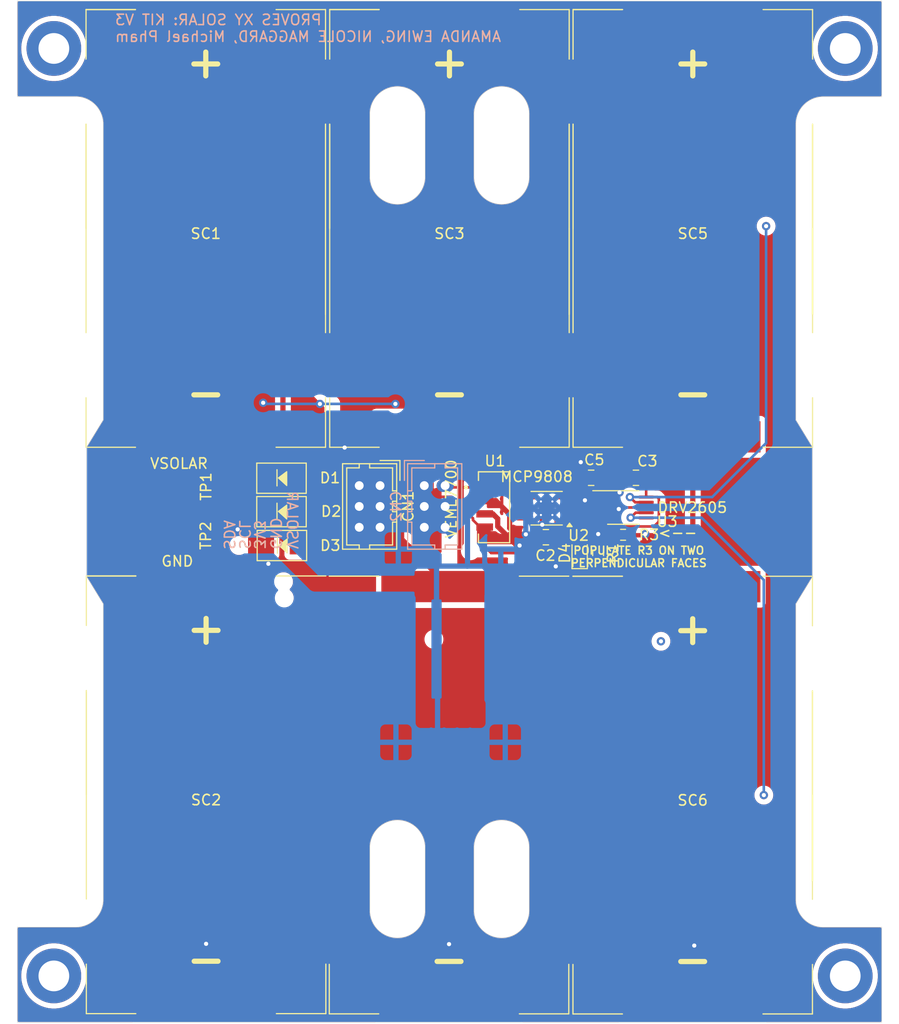
<source format=kicad_pcb>
(kicad_pcb (version 20241229) (generator "pcbnew") (generator_version "9.0")
  (title_block (title "Yearling Kit XY Faces") (date "2023-03-20") (rev "3.0"))
  (layers (0 "F.Cu" signal) (4 "In1.Cu" signal) (6 "In2.Cu" signal) (2 "B.Cu" signal) (13 "F.Paste" user) (15 "B.Paste" user) (5 "F.SilkS" user "F.Silkscreen") (7 "B.SilkS" user "B.Silkscreen") (1 "F.Mask" user) (3 "B.Mask" user) (25 "Edge.Cuts" user))
  (net 0 "")
  (net 1 "GND")
  (net 2 "+3V3")
  (net 3 "VSOLAR")
  (net 4 "Net-(U3-EN)")
  (net 5 "Net-(U3-REG)")
  (net 6 "Net-(D1-A)")
  (net 7 "Net-(D2-A)")
  (net 8 "SDA")
  (net 9 "SCL")
  (net 10 "Net-(D3-A)")
  (net 11 "Net-(D4-A)")
  (net 16 "Net-(SC1--)")
  (net 17 "Net-(SC3--)")
  (net 18 "Net-(SC5--)")
  (net 20 "Net-(U3-OUT+)")
  (footprint "SolarPanelBoards:MountingHoles" (layer "F.Cu") (at 106 70.3)
    (property "Reference" "J2" (at 0.54 0.01 0) (layer "F.SilkS"))
    (property "Value" "Conn_01x01")
    (pad "1" thru_hole circle (at 0.5 0) (size 5.25 5.25) (drill 2.95) (layers "*.Cu" "*.Mask"))
  )
  (footprint "SolarPanelBoards:MountingHoles" (layer "F.Cu") (at 106 159.3)
    (property "Reference" "J3" (at 0.42 0.13 0) (layer "F.SilkS"))
    (property "Value" "Conn_01x01")
    (pad "1" thru_hole circle (at 0.5 0) (size 5.25 5.25) (drill 2.95) (layers "*.Cu" "*.Mask"))
  )
  (footprint "SolarPanelBoards:MountingHoles" (layer "F.Cu") (at 183 70.3)
    (property "Reference" "J4" (at -0.4 0.08 0) (layer "F.SilkS"))
    (property "Value" "Conn_01x01")
    (pad "1" thru_hole circle (at -0.5 0) (size 5.25 5.25) (drill 2.95) (layers "*.Cu" "*.Mask"))
  )
  (footprint "SolarPanelBoards:MountingHoles" (layer "F.Cu") (at 183 159.3)
    (property "Reference" "J5" (at -0.62 0.07 0) (layer "F.SilkS"))
    (property "Value" "Conn_01x01")
    (pad "1" thru_hole circle (at -0.5 0) (size 5.25 5.25) (drill 2.95) (layers "*.Cu" "*.Mask"))
  )
  (footprint "LOGO" (layer "F.Cu") (at 145.2 139.3)
    (property "Reference" "G***" (hide yes))
    (property "Value" "LOGO" (hide yes))
  )
  (footprint "Package_SO:MSOP-8-1EP_3x3mm_P0.65mm_EP1.5x1.8mm_ThermalVias" (layer "F.Cu") (at 153.825 114.42 180)
    (property "Reference" "U2" (at -3.06875 -2.61125 0) (layer "F.SilkS"))
    (property "Value" "MCP9808_DFN")
    (fp_line (start 0 1.61) (end 1.5 1.61) (stroke (width 0.12)) (layer "F.SilkS"))
    (fp_line (start 0 1.61) (end -1.5 1.61) (stroke (width 0.12)) (layer "F.SilkS"))
    (fp_line (start 0 -1.61) (end 1.5 -1.61) (stroke (width 0.12)) (layer "F.SilkS"))
    (fp_line (start 0 -1.61) (end -1.5 -1.61) (stroke (width 0.12)) (layer "F.SilkS"))
    (fp_poly (pts (xy -2.2 -1.435) (xy -2.44 -1.765) (xy -1.96 -1.765) (xy -2.2 -1.435)) (stroke (width 0.12)) (fill yes) (layer "F.SilkS"))
    (pad "1" smd roundrect (at -2.1125 -0.975 180) (size 1.575 0.4) (layers "F.Cu" "F.Mask" "F.Paste") (net 8 "SDA"))
    (pad "2" smd roundrect (at -2.1125 -0.325 180) (size 1.575 0.4) (layers "F.Cu" "F.Mask" "F.Paste") (net 9 "SCL"))
    (pad "3" smd roundrect (at -2.1125 0.325 180) (size 1.575 0.4) (layers "F.Cu" "F.Mask" "F.Paste"))
    (pad "4" smd roundrect (at -2.1125 0.975 180) (size 1.575 0.4) (layers "F.Cu" "F.Mask" "F.Paste") (net 1 "GND"))
    (pad "5" smd roundrect (at 2.1125 0.975 180) (size 1.575 0.4) (layers "F.Cu" "F.Mask" "F.Paste") (net 1 "GND"))
    (pad "6" smd roundrect (at 2.1125 0.325 180) (size 1.575 0.4) (layers "F.Cu" "F.Mask" "F.Paste") (net 2 "+3V3"))
    (pad "7" smd roundrect (at 2.1125 -0.325 180) (size 1.575 0.4) (layers "F.Cu" "F.Mask" "F.Paste") (net 2 "+3V3"))
    (pad "8" smd roundrect (at 2.1125 -0.975 180) (size 1.575 0.4) (layers "F.Cu" "F.Mask" "F.Paste") (net 2 "+3V3"))
    (pad "9" thru_hole circle (at -0.55 -0.65 180) (size 0.5 0.5) (drill 0.2) (property pad_prop_heatsink) (layers "*.Cu") (net 1 "GND"))
    (pad "9" thru_hole circle (at -0.55 0.65 180) (size 0.5 0.5) (drill 0.2) (property pad_prop_heatsink) (layers "*.Cu") (net 1 "GND"))
    (pad "9" smd rect (at 0 0 180) (size 1.5 1.8) (property pad_prop_heatsink) (layers "F.Cu" "F.Mask") (net 1 "GND"))
    (pad "9" smd rect (at 0 0 180) (size 1.6 1.8) (property pad_prop_heatsink) (layers "B.Cu") (net 1 "GND"))
    (pad "9" thru_hole circle (at 0.55 -0.65 180) (size 0.5 0.5) (drill 0.2) (property pad_prop_heatsink) (layers "*.Cu") (net 1 "GND"))
    (pad "9" thru_hole circle (at 0.55 0.65 180) (size 0.5 0.5) (drill 0.2) (property pad_prop_heatsink) (layers "*.Cu") (net 1 "GND"))
  )
  (footprint "SolarPanelBoards:KXOB101K08F-TR" (layer "F.Cu") (at 167.86 87.57)
    (property "Reference" "SC5" (at 0 0.5 0) (layer "F.SilkS"))
    (property "Value" "SM101K07TF")
    (fp_line (start -11.5 -21) (end -11.5 -16.25) (stroke (width 0.12)) (layer "F.SilkS"))
    (fp_line (start -11.5 -21) (end -6.75 -21) (stroke (width 0.12)) (layer "F.SilkS"))
    (fp_line (start -11.5 -10) (end -11.5 10) (stroke (width 0.12)) (layer "F.SilkS"))
    (fp_line (start -11.5 0) (end -11.5 -10) (stroke (width 0.12)) (layer "F.SilkS"))
    (fp_line (start -11.5 21) (end -11.5 16.25) (stroke (width 0.12)) (layer "F.SilkS"))
    (fp_line (start -11.5 21) (end -6.75 21) (stroke (width 0.12)) (layer "F.SilkS"))
    (fp_line (start -6.75 -21) (end -11.5 -21) (stroke (width 0.12)) (layer "F.SilkS"))
    (fp_line (start 6.75 -21) (end 11.5 -21) (stroke (width 0.12)) (layer "F.SilkS"))
    (fp_line (start 6.75 21) (end 11.5 21) (stroke (width 0.12)) (layer "F.SilkS"))
    (fp_line (start 11.5 -21) (end 11.5 -16.25) (stroke (width 0.12)) (layer "F.SilkS"))
    (fp_line (start 11.5 -10) (end 11.5 8.25) (stroke (width 0.12)) (layer "F.SilkS"))
    (fp_line (start 11.5 0) (end 11.5 -10) (stroke (width 0.12)) (layer "F.SilkS"))
    (fp_line (start 11.5 0) (end 11.5 10) (stroke (width 0.12)) (layer "F.SilkS"))
    (fp_line (start 11.5 8.25) (end 11.5 0) (stroke (width 0.12)) (layer "F.SilkS"))
    (fp_line (start 11.5 21) (end 11.5 16.25) (stroke (width 0.12)) (layer "F.SilkS"))
    (fp_text user "+" (at 0 -16 0) (layer "F.SilkS") (effects (font (size 3 3) (thickness 0.5))))
    (fp_text user "-" (at 0 15.75 0) (layer "F.SilkS") (effects (font (size 3 3) (thickness 0.5))))
    (pad "1" smd rect (at 0 -20) (size 13 3) (layers "F.Cu" "F.Mask" "F.Paste") (net 10 "Net-(D3-A)"))
    (pad "2" smd rect (at 0 20) (size 13 3) (layers "F.Cu" "F.Mask" "F.Paste") (net 18 "Net-(SC5--)"))
  )
  (footprint "SolarPanelBoards:Test Pad" (layer "F.Cu") (at 118.37 112.45 90)
    (property "Reference" "TP1" (at 0.11 2.75 90) (layer "F.SilkS"))
    (property "Value" "TestPoint")
    (pad "1" smd roundrect (at 0 0 90) (size 3 3) (layers "F.Cu" "F.Mask" "F.Paste") (net 3 "VSOLAR"))
  )
  (footprint "Connector_Hirose:Hirose_DF11-6DP-2DSA_2x03_P2.00mm_Vertical" (layer "F.Cu") (at 137.825 112.25 -90)
    (property "Reference" "CN1" (at 2 -2.7 90) (layer "F.SilkS"))
    (property "Value" "DF13A-5P-1.25H(21)")
    (fp_line (start -2.1 3.6) (end 6.1 3.6) (stroke (width 0.12)) (layer "F.SilkS"))
    (fp_line (start 6.1 3.6) (end 6.1 -1.6) (stroke (width 0.12)) (layer "F.SilkS"))
    (fp_line (start -1.7 3.2) (end 5.7 3.2) (stroke (width 0.12)) (layer "F.SilkS"))
    (fp_line (start 5.7 3.2) (end 5.7 2) (stroke (width 0.12)) (layer "F.SilkS"))
    (fp_line (start -2.1 2) (end -1.7 2) (stroke (width 0.12)) (layer "F.SilkS"))
    (fp_line (start -1.7 2) (end -1.7 3.2) (stroke (width 0.12)) (layer "F.SilkS"))
    (fp_line (start 5.7 2) (end 6.1 2) (stroke (width 0.12)) (layer "F.SilkS"))
    (fp_line (start -2.1 1) (end -1.7 1) (stroke (width 0.12)) (layer "F.SilkS"))
    (fp_line (start -1.7 1) (end -1.7 -1.2) (stroke (width 0.12)) (layer "F.SilkS"))
    (fp_line (start 5.7 1) (end 5.7 -1.2) (stroke (width 0.12)) (layer "F.SilkS"))
    (fp_line (start 6.1 1) (end 5.7 1) (stroke (width 0.12)) (layer "F.SilkS"))
    (fp_line (start -2.41 0) (end -2.41 -1.91) (stroke (width 0.12)) (layer "F.SilkS"))
    (fp_line (start -1.7 -1.2) (end 0.5 -1.2) (stroke (width 0.12)) (layer "F.SilkS"))
    (fp_line (start 0.5 -1.2) (end 0.5 -1.6) (stroke (width 0.12)) (layer "F.SilkS"))
    (fp_line (start 1.5 -1.2) (end 2.5 -1.2) (stroke (width 0.12)) (layer "F.SilkS"))
    (fp_line (start 2.5 -1.2) (end 2.5 -1.6) (stroke (width 0.12)) (layer "F.SilkS"))
    (fp_line (start 3.5 -1.2) (end 3.5 -1.6) (stroke (width 0.12)) (layer "F.SilkS"))
    (fp_line (start 5.7 -1.2) (end 3.5 -1.2) (stroke (width 0.12)) (layer "F.SilkS"))
    (fp_line (start -2.1 -1.6) (end -2.1 3.6) (stroke (width 0.12)) (layer "F.SilkS"))
    (fp_line (start 1.5 -1.6) (end 1.5 -1.2) (stroke (width 0.12)) (layer "F.SilkS"))
    (fp_line (start 6.1 -1.6) (end -2.1 -1.6) (stroke (width 0.12)) (layer "F.SilkS"))
    (fp_line (start -2.41 -1.91) (end -0.5 -1.91) (stroke (width 0.12)) (layer "F.SilkS"))
    (pad "1" thru_hole roundrect (at 0 0 270) (size 1.2 1.65) (drill 0.85) (layers "*.Cu" "*.Mask") (roundrect_rratio 0.208333) (net 8 "SDA"))
    (pad "2" thru_hole oval (at 0 2 270) (size 1.2 1.65) (drill 0.85) (layers "*.Cu" "*.Mask") (net 9 "SCL"))
    (pad "3" thru_hole oval (at 2 0 270) (size 1.2 1.65) (drill 0.85) (layers "*.Cu" "*.Mask") (net 2 "+3V3"))
    (pad "4" thru_hole oval (at 2 2 270) (size 1.2 1.65) (drill 0.85) (layers "*.Cu" "*.Mask") (net 1 "GND"))
    (pad "5" thru_hole oval (at 4 0 270) (size 1.2 1.65) (drill 0.85) (layers "*.Cu" "*.Mask") (net 3 "VSOLAR"))
    (pad "6" thru_hole oval (at 4 2 270) (size 1.2 1.65) (drill 0.85) (layers "*.Cu" "*.Mask"))
  )
  (footprint "SolarPanelBoards:DO-214AC" (layer "F.Cu") (at 128.4 118)
    (property "Reference" "D3" (at 4.65 0 0) (layer "F.SilkS"))
    (property "Value" "CDBA240LL-HF")
    (fp_line (start -2.375 -1.45) (end 2.375 -1.45) (stroke (width 0.12)) (layer "F.SilkS"))
    (fp_line (start -2.375 1.45) (end -2.375 -1.45) (stroke (width 0.12)) (layer "F.SilkS"))
    (fp_line (start -2.375 1.45) (end 2.375 1.45) (stroke (width 0.12)) (layer "F.SilkS"))
    (fp_line (start -0.4318 -0.8128) (end -0.4318 0.7366) (stroke (width 0.12)) (layer "F.SilkS"))
    (fp_line (start 2.375 1.45) (end 2.375 -1.45) (stroke (width 0.12)) (layer "F.SilkS"))
    (fp_poly (pts (xy 0.508 0.7112) (xy -0.3048 -0.0254) (xy 0.508 -0.635)) (stroke (width 0.1)) (fill yes) (layer "F.SilkS"))
    (pad "1" smd rect (at -2 0) (size 2.5 1.7) (layers "F.Cu" "F.Mask" "F.Paste") (net 3 "VSOLAR"))
    (pad "2" smd rect (at 2 0) (size 2.5 1.7) (layers "F.Cu" "F.Mask" "F.Paste") (net 10 "Net-(D3-A)"))
  )
  (footprint "SolarPanelBoards:Test Pad" (layer "F.Cu") (at 118.36 117.05 90)
    (property "Reference" "TP2" (at 0 2.73 90) (layer "F.SilkS"))
    (property "Value" "TestPoint")
    (pad "1" smd roundrect (at 0 0 90) (size 3 3) (layers "F.Cu" "F.Mask" "F.Paste") (net 1 "GND"))
  )
  (footprint "SolarPanelBoards:DO-214AC" (layer "F.Cu") (at 128.36 111.54)
    (property "Reference" "D1" (at 4.66 -0.03 0) (layer "F.SilkS"))
    (property "Value" "CDBA240LL-HF")
    (fp_line (start -2.375 -1.45) (end 2.375 -1.45) (stroke (width 0.12)) (layer "F.SilkS"))
    (fp_line (start -2.375 1.45) (end -2.375 -1.45) (stroke (width 0.12)) (layer "F.SilkS"))
    (fp_line (start -2.375 1.45) (end 2.375 1.45) (stroke (width 0.12)) (layer "F.SilkS"))
    (fp_line (start -0.4318 -0.8128) (end -0.4318 0.7366) (stroke (width 0.12)) (layer "F.SilkS"))
    (fp_line (start 2.375 1.45) (end 2.375 -1.45) (stroke (width 0.12)) (layer "F.SilkS"))
    (fp_poly (pts (xy 0.508 0.7112) (xy -0.3048 -0.0254) (xy 0.508 -0.635)) (stroke (width 0.1)) (fill yes) (layer "F.SilkS"))
    (pad "1" smd rect (at -2 0) (size 2.5 1.7) (layers "F.Cu" "F.Mask" "F.Paste") (net 3 "VSOLAR"))
    (pad "2" smd rect (at 2 0) (size 2.5 1.7) (layers "F.Cu" "F.Mask" "F.Paste") (net 6 "Net-(D1-A)"))
  )
  (footprint "SolarPanelBoards:KXOB101K08F-TR" (layer "F.Cu") (at 144.49 87.57)
    (property "Reference" "SC3" (at 0 0.5 0) (layer "F.SilkS"))
    (property "Value" "SM101K07TF")
    (fp_line (start -11.5 -21) (end -11.5 -16.25) (stroke (width 0.12)) (layer "F.SilkS"))
    (fp_line (start -11.5 -21) (end -6.75 -21) (stroke (width 0.12)) (layer "F.SilkS"))
    (fp_line (start -11.5 -10) (end -11.5 10) (stroke (width 0.12)) (layer "F.SilkS"))
    (fp_line (start -11.5 0) (end -11.5 -10) (stroke (width 0.12)) (layer "F.SilkS"))
    (fp_line (start -11.5 21) (end -11.5 16.25) (stroke (width 0.12)) (layer "F.SilkS"))
    (fp_line (start -11.5 21) (end -6.75 21) (stroke (width 0.12)) (layer "F.SilkS"))
    (fp_line (start -6.75 -21) (end -11.5 -21) (stroke (width 0.12)) (layer "F.SilkS"))
    (fp_line (start 6.75 -21) (end 11.5 -21) (stroke (width 0.12)) (layer "F.SilkS"))
    (fp_line (start 6.75 21) (end 11.5 21) (stroke (width 0.12)) (layer "F.SilkS"))
    (fp_line (start 11.5 -21) (end 11.5 -16.25) (stroke (width 0.12)) (layer "F.SilkS"))
    (fp_line (start 11.5 -10) (end 11.5 8.25) (stroke (width 0.12)) (layer "F.SilkS"))
    (fp_line (start 11.5 0) (end 11.5 -10) (stroke (width 0.12)) (layer "F.SilkS"))
    (fp_line (start 11.5 0) (end 11.5 10) (stroke (width 0.12)) (layer "F.SilkS"))
    (fp_line (start 11.5 8.25) (end 11.5 0) (stroke (width 0.12)) (layer "F.SilkS"))
    (fp_line (start 11.5 21) (end 11.5 16.25) (stroke (width 0.12)) (layer "F.SilkS"))
    (fp_text user "-" (at 0 15.75 0) (layer "F.SilkS") (effects (font (size 3 3) (thickness 0.5))))
    (fp_text user "+" (at 0 -16 0) (layer "F.SilkS") (effects (font (size 3 3) (thickness 0.5))))
    (pad "1" smd rect (at 0 -20) (size 13 3) (layers "F.Cu" "F.Mask" "F.Paste") (net 7 "Net-(D2-A)"))
    (pad "2" smd rect (at 0 20) (size 13 3) (layers "F.Cu" "F.Mask" "F.Paste") (net 17 "Net-(SC3--)"))
  )
  (footprint "LOGO" (layer "F.Cu") (at 150.9 135.3)
    (property "Reference" "G***" (hide yes))
    (property "Value" "LOGO" (hide yes))
  )
  (footprint "SolarPanelBoards:KXOB101K08F-TR" (layer "F.Cu") (at 144.45 141.94)
    (property "Reference" "SC4" (hide yes))
    (property "Value" "SM101K07TF")
    (fp_line (start -11.5 -21) (end -6.75 -21) (stroke (width 0.12)) (layer "F.SilkS"))
    (fp_line (start -11.5 21) (end -11.5 16.25) (stroke (width 0.12)) (layer "F.SilkS"))
    (fp_line (start -11.5 21) (end -6.75 21) (stroke (width 0.12)) (layer "F.SilkS"))
    (fp_line (start -6.75 -21) (end -11.5 -21) (stroke (width 0.12)) (layer "F.SilkS"))
    (fp_line (start 6.75 -21) (end 11.5 -21) (stroke (width 0.12)) (layer "F.SilkS"))
    (fp_line (start 6.75 21) (end 11.5 21) (stroke (width 0.12)) (layer "F.SilkS"))
    (fp_line (start 11.5 21) (end 11.5 16.25) (stroke (width 0.12)) (layer "F.SilkS"))
    (fp_text user "-" (at 0 15.75 0) (layer "F.SilkS") (effects (font (size 3 3) (thickness 0.5))))
    (pad "1" smd rect (at 0 -20) (size 13 3) (layers "F.Cu" "F.Mask" "F.Paste") (net 17 "Net-(SC3--)"))
    (pad "2" smd rect (at 0 20) (size 13 3) (layers "F.Cu" "F.Mask" "F.Paste") (net 1 "GND"))
  )
  (footprint "SolarPanelBoards:KXOB101K08F-TR" (layer "F.Cu") (at 121.12 141.92)
    (property "Reference" "SC2" (at 0 0.5 0) (layer "F.SilkS"))
    (property "Value" "SM101K07TF")
    (fp_line (start -11.5 -21) (end -11.5 -16.25) (stroke (width 0.12)) (layer "F.SilkS"))
    (fp_line (start -11.5 -21) (end -6.75 -21) (stroke (width 0.12)) (layer "F.SilkS"))
    (fp_line (start -11.5 -10) (end -11.5 10) (stroke (width 0.12)) (layer "F.SilkS"))
    (fp_line (start -11.5 0) (end -11.5 -10) (stroke (width 0.12)) (layer "F.SilkS"))
    (fp_line (start -11.5 21) (end -11.5 16.25) (stroke (width 0.12)) (layer "F.SilkS"))
    (fp_line (start -11.5 21) (end -6.75 21) (stroke (width 0.12)) (layer "F.SilkS"))
    (fp_line (start -6.75 -21) (end -11.5 -21) (stroke (width 0.12)) (layer "F.SilkS"))
    (fp_line (start 6.75 -21) (end 11.5 -21) (stroke (width 0.12)) (layer "F.SilkS"))
    (fp_line (start 6.75 21) (end 11.5 21) (stroke (width 0.12)) (layer "F.SilkS"))
    (fp_line (start 11.5 21) (end 11.5 16.25) (stroke (width 0.12)) (layer "F.SilkS"))
    (fp_text user "+" (at 0 -16 0) (layer "F.SilkS") (effects (font (size 3 3) (thickness 0.5))))
    (fp_text user "-" (at 0 15.75 0) (layer "F.SilkS") (effects (font (size 3 3) (thickness 0.5))))
    (pad "1" smd rect (at 0 -20) (size 13 3) (layers "F.Cu" "F.Mask" "F.Paste") (net 16 "Net-(SC1--)"))
    (pad "2" smd rect (at 0 20) (size 13 3) (layers "F.Cu" "F.Mask" "F.Paste") (net 1 "GND"))
  )
  (footprint "SolarPanelBoards:DO-214AC" (layer "F.Cu") (at 128.36 114.75)
    (property "Reference" "D2" (at 4.77 -0.02 0) (layer "F.SilkS"))
    (property "Value" "CDBA240LL-HF")
    (fp_line (start -2.375 -1.45) (end 2.375 -1.45) (stroke (width 0.12)) (layer "F.SilkS"))
    (fp_line (start -2.375 1.45) (end -2.375 -1.45) (stroke (width 0.12)) (layer "F.SilkS"))
    (fp_line (start -2.375 1.45) (end 2.375 1.45) (stroke (width 0.12)) (layer "F.SilkS"))
    (fp_line (start -0.4318 -0.8128) (end -0.4318 0.7366) (stroke (width 0.12)) (layer "F.SilkS"))
    (fp_line (start 2.375 1.45) (end 2.375 -1.45) (stroke (width 0.12)) (layer "F.SilkS"))
    (fp_poly (pts (xy 0.508 0.7112) (xy -0.3048 -0.0254) (xy 0.508 -0.635)) (stroke (width 0.1)) (fill yes) (layer "F.SilkS"))
    (pad "1" smd rect (at -2 0) (size 2.5 1.7) (layers "F.Cu" "F.Mask" "F.Paste") (net 3 "VSOLAR"))
    (pad "2" smd rect (at 2 0) (size 2.5 1.7) (layers "F.Cu" "F.Mask" "F.Paste") (net 7 "Net-(D2-A)"))
  )
  (footprint "SolarPanelBoards:KXOB101K08F-TR" (layer "F.Cu") (at 167.85 141.95)
    (property "Reference" "SC6" (at 0 0.5 0) (layer "F.SilkS"))
    (property "Value" "SM101K07TF")
    (fp_line (start -11.5 -21) (end -6.75 -21) (stroke (width 0.12)) (layer "F.SilkS"))
    (fp_line (start -11.5 21) (end -11.5 16.25) (stroke (width 0.12)) (layer "F.SilkS"))
    (fp_line (start -11.5 21) (end -6.75 21) (stroke (width 0.12)) (layer "F.SilkS"))
    (fp_line (start -6.75 -21) (end -11.5 -21) (stroke (width 0.12)) (layer "F.SilkS"))
    (fp_line (start 6.75 -21) (end 11.5 -21) (stroke (width 0.12)) (layer "F.SilkS"))
    (fp_line (start 6.75 21) (end 11.5 21) (stroke (width 0.12)) (layer "F.SilkS"))
    (fp_line (start 11.5 -21) (end 11.5 -16.25) (stroke (width 0.12)) (layer "F.SilkS"))
    (fp_line (start 11.5 -10) (end 11.5 8.25) (stroke (width 0.12)) (layer "F.SilkS"))
    (fp_line (start 11.5 0) (end 11.5 -10) (stroke (width 0.12)) (layer "F.SilkS"))
    (fp_line (start 11.5 0) (end 11.5 10) (stroke (width 0.12)) (layer "F.SilkS"))
    (fp_line (start 11.5 8.25) (end 11.5 0) (stroke (width 0.12)) (layer "F.SilkS"))
    (fp_line (start 11.5 21) (end 11.5 16.25) (stroke (width 0.12)) (layer "F.SilkS"))
    (fp_text user "-" (at 0 15.75 0) (layer "F.SilkS") (effects (font (size 3 3) (thickness 0.5))))
    (fp_text user "+" (at 0 -16 0) (layer "F.SilkS") (effects (font (size 3 3) (thickness 0.5))))
    (pad "1" smd rect (at 0 -20) (size 13 3) (layers "F.Cu" "F.Mask" "F.Paste") (net 18 "Net-(SC5--)"))
    (pad "2" smd rect (at 0 20) (size 13 3) (layers "F.Cu" "F.Mask" "F.Paste") (net 1 "GND"))
  )
  (footprint "Capacitor_SMD:C_0805_2012Metric" (layer "F.Cu") (at 153.75 117.2)
    (property "Reference" "C2" (at -0.04 1.76 0) (layer "F.SilkS"))
    (property "Value" "1uF")
    (fp_line (start -0.261252 -0.735) (end 0.261252 -0.735) (stroke (width 0.12)) (layer "F.SilkS"))
    (fp_line (start -0.261252 0.735) (end 0.261252 0.735) (stroke (width 0.12)) (layer "F.SilkS"))
    (pad "1" smd roundrect (at -0.95 0) (size 1 1.45) (layers "F.Cu" "F.Mask" "F.Paste") (net 2 "+3V3"))
    (pad "2" smd roundrect (at 0.95 0) (size 1 1.45) (layers "F.Cu" "F.Mask" "F.Paste") (net 1 "GND"))
  )
  (footprint "Capacitor_SMD:C_0805_2012Metric" (layer "F.Cu") (at 158.1 111.5 180)
    (property "Reference" "C5" (at -0.3 1.72 0) (layer "F.SilkS"))
    (property "Value" "1uF")
    (fp_line (start -0.261252 0.735) (end 0.261252 0.735) (stroke (width 0.12)) (layer "F.SilkS"))
    (fp_line (start -0.261252 -0.735) (end 0.261252 -0.735) (stroke (width 0.12)) (layer "F.SilkS"))
    (pad "1" smd roundrect (at -0.95 0 180) (size 1 1.45) (layers "F.Cu" "F.Mask" "F.Paste") (net 5 "Net-(U3-REG)"))
    (pad "2" smd roundrect (at 0.95 0 180) (size 1 1.45) (layers "F.Cu" "F.Mask" "F.Paste") (net 1 "GND"))
  )
  (footprint "LOGO" (layer "F.Cu") (at 157.5 139.6)
    (property "Reference" "G***" (hide yes))
    (property "Value" "LOGO" (hide yes))
  )
  (footprint "VEML7700-TT:XDCR_VEML7700-TT" (layer "F.Cu") (at 148.775 114.325)
    (property "Reference" "U1" (at 0.095 -4.435 0) (layer "F.SilkS"))
    (property "Value" "VEML7700")
    (fp_line (start -1.5 -3.4) (end 1.5 -3.4) (stroke (width 0.127)) (layer "F.SilkS"))
    (fp_line (start -1.5 -2.575) (end -1.5 -3.4) (stroke (width 0.127)) (layer "F.SilkS"))
    (fp_line (start -1.5 3.4) (end -1.5 2.575) (stroke (width 0.127)) (layer "F.SilkS"))
    (fp_line (start 1.5 -3.4) (end 1.5 3.4) (stroke (width 0.127)) (layer "F.SilkS"))
    (fp_line (start 1.5 3.4) (end -1.5 3.4) (stroke (width 0.127)) (layer "F.SilkS"))
    (fp_circle (center -2.7 -1.905) (end -2.6 -1.905) (stroke (width 0.2)) (fill no) (layer "F.SilkS"))
    (pad "1" smd rect (at -0.9 -1.905) (size 1.6 0.7) (layers "F.Cu" "F.Mask" "F.Paste") (net 9 "SCL"))
    (pad "2" smd rect (at -0.9 -0.635) (size 1.6 0.7) (layers "F.Cu" "F.Mask" "F.Paste") (net 2 "+3V3"))
    (pad "3" smd rect (at -0.9 0.635) (size 1.6 0.7) (layers "F.Cu" "F.Mask" "F.Paste") (net 1 "GND"))
    (pad "4" smd rect (at -0.9 1.905) (size 1.6 0.7) (layers "F.Cu" "F.Mask" "F.Paste") (net 8 "SDA"))
  )
  (footprint "LOGO" (layer "F.Cu") (at 157.2 130.2)
    (property "Reference" "G***" (hide yes))
    (property "Value" "LOGO" (hide yes))
  )
  (footprint "LOGO" (layer "F.Cu") (at 145.382288 129.666346)
    (property "Reference" "G***" (hide yes))
    (property "Value" "LOGO" (hide yes))
  )
  (footprint "Resistor_SMD:R_0603_1608Metric" (layer "F.Cu") (at 161.165 116.97 180)
    (property "Reference" "R3" (at -2.495 0 0) (layer "F.SilkS"))
    (property "Value" "0-Ohm")
    (fp_line (start -0.237258 0.5225) (end 0.237258 0.5225) (stroke (width 0.12)) (layer "F.SilkS"))
    (fp_line (start -0.237258 -0.5225) (end 0.237258 -0.5225) (stroke (width 0.12)) (layer "F.SilkS"))
    (pad "1" smd roundrect (at -0.825 0 180) (size 0.8 0.95) (layers "F.Cu" "F.Mask" "F.Paste") (net 2 "+3V3"))
    (pad "2" smd roundrect (at 0.825 0 180) (size 0.8 0.95) (layers "F.Cu" "F.Mask" "F.Paste") (net 4 "Net-(U3-EN)"))
  )
  (footprint "Capacitor_SMD:C_0805_2012Metric" (layer "F.Cu") (at 162.4 111.5 180)
    (property "Reference" "C3" (at -1.1 1.6 180) (layer "F.SilkS"))
    (property "Value" "1uF")
    (fp_line (start -0.261253 0.735) (end 0.261253 0.735) (stroke (width 0.12)) (layer "F.SilkS"))
    (fp_line (start -0.261253 -0.735) (end 0.261253 -0.735) (stroke (width 0.12)) (layer "F.SilkS"))
    (pad "1" smd roundrect (at -0.949999 0 180) (size 1 1.45) (layers "F.Cu" "F.Mask" "F.Paste") (net 4 "Net-(U3-EN)"))
    (pad "2" smd roundrect (at 0.949999 0 180) (size 1 1.45) (layers "F.Cu" "F.Mask" "F.Paste") (net 1 "GND"))
  )
  (footprint "LED_SMD:LED_0603_1608Metric" (layer "F.Cu") (at 156.99375 118.73125 90)
    (property "Reference" "D4" (at 0 -1.43 90) (layer "F.SilkS"))
    (property "Value" "CQY99")
    (fp_line (start 0.8 -0.735) (end -1.485 -0.735) (stroke (width 0.12)) (layer "F.SilkS"))
    (fp_line (start -1.485 -0.735) (end -1.485 0.735) (stroke (width 0.12)) (layer "F.SilkS"))
    (fp_line (start -1.485 0.735) (end 0.8 0.735) (stroke (width 0.12)) (layer "F.SilkS"))
    (pad "1" smd roundrect (at -0.7875 0 90) (size 0.875 0.95) (layers "F.Cu" "F.Mask" "F.Paste") (net 1 "GND"))
    (pad "2" smd roundrect (at 0.7875 0 90) (size 0.875 0.95) (layers "F.Cu" "F.Mask" "F.Paste") (net 11 "Net-(D4-A)"))
  )
  (footprint "LOGO" (layer "F.Cu") (at 134.175 134.325)
    (property "Reference" "G***" (hide yes))
    (property "Value" "LOGO" (hide yes))
  )
  (footprint "SolarPanelBoards:KXOB101K08F-TR" (layer "F.Cu") (at 121.09 87.57)
    (property "Reference" "SC1" (at 0 0.5 0) (layer "F.SilkS"))
    (property "Value" "SM101K07TF")
    (fp_line (start -11.5 -21) (end -11.5 -16.25) (stroke (width 0.12)) (layer "F.SilkS"))
    (fp_line (start -11.5 -21) (end -6.75 -21) (stroke (width 0.12)) (layer "F.SilkS"))
    (fp_line (start -11.5 -10) (end -11.5 10) (stroke (width 0.12)) (layer "F.SilkS"))
    (fp_line (start -11.5 0) (end -11.5 -10) (stroke (width 0.12)) (layer "F.SilkS"))
    (fp_line (start -11.5 21) (end -11.5 16.25) (stroke (width 0.12)) (layer "F.SilkS"))
    (fp_line (start -11.5 21) (end -6.75 21) (stroke (width 0.12)) (layer "F.SilkS"))
    (fp_line (start -6.75 -21) (end -11.5 -21) (stroke (width 0.12)) (layer "F.SilkS"))
    (fp_line (start 6.75 -21) (end 11.5 -21) (stroke (width 0.12)) (layer "F.SilkS"))
    (fp_line (start 6.75 21) (end 11.5 21) (stroke (width 0.12)) (layer "F.SilkS"))
    (fp_line (start 11.5 -21) (end 11.5 -16.25) (stroke (width 0.12)) (layer "F.SilkS"))
    (fp_line (start 11.5 -10) (end 11.5 8.25) (stroke (width 0.12)) (layer "F.SilkS"))
    (fp_line (start 11.5 0) (end 11.5 -10) (stroke (width 0.12)) (layer "F.SilkS"))
    (fp_line (start 11.5 0) (end 11.5 10) (stroke (width 0.12)) (layer "F.SilkS"))
    (fp_line (start 11.5 8.25) (end 11.5 0) (stroke (width 0.12)) (layer "F.SilkS"))
    (fp_line (start 11.5 21) (end 11.5 16.25) (stroke (width 0.12)) (layer "F.SilkS"))
    (fp_text user "+" (at 0 -16 0) (layer "F.SilkS") (effects (font (size 3 3) (thickness 0.5))))
    (fp_text user "-" (at 0 15.75 0) (layer "F.SilkS") (effects (font (size 3 3) (thickness 0.5))))
    (pad "1" smd rect (at 0 -20) (size 13 3) (layers "F.Cu" "F.Mask" "F.Paste") (net 6 "Net-(D1-A)"))
    (pad "2" smd rect (at 0 20) (size 13 3) (layers "F.Cu" "F.Mask" "F.Paste") (net 16 "Net-(SC1--)"))
  )
  (footprint "Resistor_SMD:R_0603_1608Metric" (layer "F.Cu") (at 158.76875 118.73125 -90)
    (property "Reference" "R1" (at 0 -1.43 90) (layer "F.SilkS"))
    (property "Value" "1k")
    (fp_line (start -0.237258 0.5225) (end 0.237258 0.5225) (stroke (width 0.12)) (layer "F.SilkS"))
    (fp_line (start -0.237258 -0.5225) (end 0.237258 -0.5225) (stroke (width 0.12)) (layer "F.SilkS"))
    (pad "1" smd roundrect (at -0.825 0 270) (size 0.8 0.95) (layers "F.Cu" "F.Mask" "F.Paste") (net 2 "+3V3"))
    (pad "2" smd roundrect (at 0.825 0 270) (size 0.8 0.95) (layers "F.Cu" "F.Mask" "F.Paste") (net 11 "Net-(D4-A)"))
  )
  (footprint "Package_SO:VSSOP-10_3x3mm_P0.5mm" (layer "F.Cu") (at 161.18 114.35)
    (property "Reference" "U3" (at 4.22 1.35 0) (layer "F.SilkS"))
    (property "Value" "DRV2605LDGS")
    (fp_line (start 0 -1.61) (end -2.925 -1.61) (stroke (width 0.12)) (layer "F.SilkS"))
    (fp_line (start 0 -1.61) (end 1.5 -1.61) (stroke (width 0.12)) (layer "F.SilkS"))
    (fp_line (start 0 1.61) (end -1.5 1.61) (stroke (width 0.12)) (layer "F.SilkS"))
    (fp_line (start 0 1.61) (end 1.5 1.61) (stroke (width 0.12)) (layer "F.SilkS"))
    (pad "1" smd roundrect (at -2.2 -1) (size 1.45 0.3) (layers "F.Cu" "F.Mask" "F.Paste") (net 5 "Net-(U3-REG)"))
    (pad "2" smd roundrect (at -2.2 -0.5) (size 1.45 0.3) (layers "F.Cu" "F.Mask" "F.Paste") (net 9 "SCL"))
    (pad "3" smd roundrect (at -2.2 0) (size 1.45 0.3) (layers "F.Cu" "F.Mask" "F.Paste") (net 8 "SDA"))
    (pad "4" smd roundrect (at -2.2 0.5) (size 1.45 0.3) (layers "F.Cu" "F.Mask" "F.Paste") (net 1 "GND"))
    (pad "5" smd roundrect (at -2.2 1) (size 1.45 0.3) (layers "F.Cu" "F.Mask" "F.Paste") (net 4 "Net-(U3-EN)"))
    (pad "6" smd roundrect (at 2.2 1) (size 1.45 0.3) (layers "F.Cu" "F.Mask" "F.Paste"))
    (pad "7" smd roundrect (at 2.2 0.5) (size 1.45 0.3) (layers "F.Cu" "F.Mask" "F.Paste") (net 20 "Net-(U3-OUT+)"))
    (pad "8" smd roundrect (at 2.2 0) (size 1.45 0.3) (layers "F.Cu" "F.Mask" "F.Paste") (net 1 "GND"))
    (pad "9" smd roundrect (at 2.2 -0.5) (size 1.45 0.3) (layers "F.Cu" "F.Mask" "F.Paste") (net 20 "Net-(U3-OUT+)"))
    (pad "10" smd roundrect (at 2.2 -1) (size 1.45 0.3) (layers "F.Cu" "F.Mask" "F.Paste") (net 4 "Net-(U3-EN)"))
  )
  (footprint "LOGO" (layer "B.Cu") (at 126.1 95.4 180)
    (property "Reference" "G***" (hide yes))
    (property "Value" "LOGO" (hide yes))
  )
  (footprint "Connector_Hirose:Hirose_DF11-6DP-2DSA_2x03_P2.00mm_Vertical" (layer "B.Cu") (at 142.075 112.25 -90)
    (property "Reference" "CN2" (at 2 2.7 90) (layer "B.SilkS") (effects (justify mirror)))
    (property "Value" "DF13C-5P-1.25V(21)" (hide yes))
    (fp_line (start -2.41 1.91) (end -0.5 1.91) (stroke (width 0.12)) (layer "B.SilkS"))
    (fp_line (start -2.1 1.6) (end -2.1 -3.6) (stroke (width 0.12)) (layer "B.SilkS"))
    (fp_line (start 1.5 1.6) (end 1.5 1.2) (stroke (width 0.12)) (layer "B.SilkS"))
    (fp_line (start 6.1 1.6) (end -2.1 1.6) (stroke (width 0.12)) (layer "B.SilkS"))
    (fp_line (start -1.7 1.2) (end 0.5 1.2) (stroke (width 0.12)) (layer "B.SilkS"))
    (fp_line (start 0.5 1.2) (end 0.5 1.6) (stroke (width 0.12)) (layer "B.SilkS"))
    (fp_line (start 1.5 1.2) (end 2.5 1.2) (stroke (width 0.12)) (layer "B.SilkS"))
    (fp_line (start 2.5 1.2) (end 2.5 1.6) (stroke (width 0.12)) (layer "B.SilkS"))
    (fp_line (start 3.5 1.2) (end 3.5 1.6) (stroke (width 0.12)) (layer "B.SilkS"))
    (fp_line (start 5.7 1.2) (end 3.5 1.2) (stroke (width 0.12)) (layer "B.SilkS"))
    (fp_line (start -2.41 0) (end -2.41 1.91) (stroke (width 0.12)) (layer "B.SilkS"))
    (fp_line (start -2.1 -1) (end -1.7 -1) (stroke (width 0.12)) (layer "B.SilkS"))
    (fp_line (start -1.7 -1) (end -1.7 1.2) (stroke (width 0.12)) (layer "B.SilkS"))
    (fp_line (start 5.7 -1) (end 5.7 1.2) (stroke (width 0.12)) (layer "B.SilkS"))
    (fp_line (start 6.1 -1) (end 5.7 -1) (stroke (width 0.12)) (layer "B.SilkS"))
    (fp_line (start -2.1 -2) (end -1.7 -2) (stroke (width 0.12)) (layer "B.SilkS"))
    (fp_line (start -1.7 -2) (end -1.7 -3.2) (stroke (width 0.12)) (layer "B.SilkS"))
    (fp_line (start 5.7 -2) (end 6.1 -2) (stroke (width 0.12)) (layer "B.SilkS"))
    (fp_line (start -1.7 -3.2) (end 5.7 -3.2) (stroke (width 0.12)) (layer "B.SilkS"))
    (fp_line (start 5.7 -3.2) (end 5.7 -2) (stroke (width 0.12)) (layer "B.SilkS"))
    (fp_line (start -2.1 -3.6) (end 6.1 -3.6) (stroke (width 0.12)) (layer "B.SilkS"))
    (fp_line (start 6.1 -3.6) (end 6.1 1.6) (stroke (width 0.12)) (layer "B.SilkS"))
    (pad "1" thru_hole roundrect (at 0 0 270) (size 1.2 1.65) (drill 0.85) (layers "*.Cu" "*.Mask") (roundrect_rratio 0.208333) (net 8 "SDA"))
    (pad "2" thru_hole oval (at 0 -2 270) (size 1.2 1.65) (drill 0.85) (layers "*.Cu" "*.Mask") (net 9 "SCL"))
    (pad "3" thru_hole oval (at 2 0 270) (size 1.2 1.65) (drill 0.85) (layers "*.Cu" "*.Mask") (net 2 "+3V3"))
    (pad "4" thru_hole oval (at 2 -2 270) (size 1.2 1.65) (drill 0.85) (layers "*.Cu" "*.Mask") (net 1 "GND"))
    (pad "5" thru_hole oval (at 4 0 270) (size 1.2 1.65) (drill 0.85) (layers "*.Cu" "*.Mask") (net 3 "VSOLAR"))
    (pad "6" thru_hole oval (at 4 -2 270) (size 1.2 1.65) (drill 0.85) (layers "*.Cu" "*.Mask"))
  )
  (gr_line (start 136.85 153) (end 136.85 147) (stroke (width 0.05)) (layer "Edge.Cuts"))
  (gr_line (start 142.15 153) (end 142.15 147) (stroke (width 0.05)) (layer "Edge.Cuts"))
  (gr_line (start 146.85 147) (end 146.85 153) (stroke (width 0.05)) (layer "Edge.Cuts"))
  (gr_line (start 152.15 153) (end 152.15 147) (stroke (width 0.05)) (layer "Edge.Cuts"))
  (gr_line (start 142.15 76.6) (end 142.15 82.6) (stroke (width 0.05)) (layer "Edge.Cuts"))
  (gr_line (start 136.85 76.6) (end 136.85 82.6) (stroke (width 0.05)) (layer "Edge.Cuts"))
  (gr_line (start 146.85 76.6) (end 146.85 82.6) (stroke (width 0.05)) (layer "Edge.Cuts"))
  (gr_line (start 152.15 76.6) (end 152.15 82.6) (stroke (width 0.05)) (layer "Edge.Cuts"))
  (gr_line (start 186 65.75) (end 103 65.75) (stroke (width 0.05)) (layer "Edge.Cuts"))
  (gr_line (start 108.58 74.92) (end 103 74.92) (stroke (width 0.05)) (layer "Edge.Cuts"))
  (gr_arc (start 108.58 74.92) (mid 110.461789 75.69114) (end 111.24 77.57) (stroke (width 0.05)) (layer "Edge.Cuts"))
  (gr_line (start 103 65.75) (end 103 74.92) (stroke (width 0.05)) (layer "Edge.Cuts"))
  (gr_line (start 103 154.62) (end 103 163.75) (stroke (width 0.05)) (layer "Edge.Cuts"))
  (gr_arc (start 142.15 82.6) (mid 139.5 85.25) (end 136.85 82.6) (stroke (width 0.05)) (layer "Edge.Cuts"))
  (gr_line (start 186 74.925) (end 180.42 74.925) (stroke (width 0.05)) (layer "Edge.Cuts"))
  (gr_arc (start 146.85 76.6) (mid 149.5 73.95) (end 152.15 76.6) (stroke (width 0.05)) (layer "Edge.Cuts"))
  (gr_line (start 186 74.925) (end 186 65.75) (stroke (width 0.05)) (layer "Edge.Cuts"))
  (gr_arc (start 136.85 76.6) (mid 139.5 73.95) (end 142.15 76.6) (stroke (width 0.05)) (layer "Edge.Cuts"))
  (gr_line (start 111.24 123.595) (end 111.24 151.97) (stroke (width 0.05)) (layer "Edge.Cuts"))
  (gr_line (start 109.65 108.545) (end 109.65 120.995) (stroke (width 0.05)) (layer "Edge.Cuts"))
  (gr_line (start 109.65 120.995) (end 111.24 123.595) (stroke (width 0.05)) (layer "Edge.Cuts"))
  (gr_line (start 103 163.75) (end 186 163.75) (stroke (width 0.05)) (layer "Edge.Cuts"))
  (gr_arc (start 136.85 147) (mid 139.5 144.35) (end 142.15 147) (stroke (width 0.05)) (layer "Edge.Cuts"))
  (gr_line (start 186 163.75) (end 186 154.625) (stroke (width 0.05)) (layer "Edge.Cuts"))
  (gr_arc (start 142.15 153) (mid 139.5 155.65) (end 136.85 153) (stroke (width 0.05)) (layer "Edge.Cuts"))
  (gr_arc (start 177.76 77.575) (mid 178.538203 75.696102) (end 180.42 74.925) (stroke (width 0.05)) (layer "Edge.Cuts"))
  (gr_line (start 109.65 108.545) (end 111.24 105.945) (stroke (width 0.05)) (layer "Edge.Cuts"))
  (gr_line (start 177.76 105.95) (end 179.35 108.55) (stroke (width 0.05)) (layer "Edge.Cuts"))
  (gr_line (start 177.76 77.575) (end 177.76 105.95) (stroke (width 0.05)) (layer "Edge.Cuts"))
  (gr_arc (start 146.85 147) (mid 149.5 144.35) (end 152.15 147) (stroke (width 0.05)) (layer "Edge.Cuts"))
  (gr_arc (start 111.24 151.97) (mid 110.461768 153.848869) (end 108.58 154.62) (stroke (width 0.05)) (layer "Edge.Cuts"))
  (gr_line (start 179.35 108.55) (end 179.35 121) (stroke (width 0.05)) (layer "Edge.Cuts"))
  (gr_arc (start 152.15 153) (mid 149.5 155.65) (end 146.85 153) (stroke (width 0.05)) (layer "Edge.Cuts"))
  (gr_line (start 111.24 77.57) (end 111.24 105.945) (stroke (width 0.05)) (layer "Edge.Cuts"))
  (gr_arc (start 180.42 154.625) (mid 178.538276 153.853824) (end 177.76 151.975) (stroke (width 0.05)) (layer "Edge.Cuts"))
  (gr_line (start 103 154.62) (end 108.58 154.62) (stroke (width 0.05)) (layer "Edge.Cuts"))
  (gr_arc (start 152.15 82.6) (mid 149.5 85.25) (end 146.85 82.6) (stroke (width 0.05)) (layer "Edge.Cuts"))
  (gr_line (start 177.76 123.6) (end 177.76 151.975) (stroke (width 0.05)) (layer "Edge.Cuts"))
  (gr_line (start 177.76 123.6) (end 179.35 121) (stroke (width 0.05)) (layer "Edge.Cuts"))
  (gr_line (start 180.42 154.625) (end 186 154.625) (stroke (width 0.05)) (layer "Edge.Cuts"))
  (gr_text "GND" (at 118.36 119.51 0) (layer "F.SilkS") (effects (font (size 1 1))))
  (gr_text "MCP9808" (at 152.86 111.4 0) (layer "F.SilkS") (effects (font (size 1 1))))
  (gr_text "<--" (at 166.41 116.76 0) (layer "F.SilkS") (effects (font (size 1 1))))
  (gr_text "VEML7700" (at 144.66 113.51 90) (layer "F.SilkS") (effects (font (size 1 1))))
  (gr_text "DRV2605" (at 167.82 114.36 0) (layer "F.SilkS") (effects (font (size 1 1))))
  (gr_text "POPULATE R3 ON TWO\nPERPENDICULAR FACES" (at 162.67 119.08 0) (layer "F.SilkS") (effects (font (size 0.75 0.75))))
  (gr_text "VSOLAR" (at 118.52 110.13 0) (layer "F.SilkS") (effects (font (size 1 1))))
  (gr_text "VSOLAR" (at 129.39 115.56 270) (layer "B.SilkS") (effects (font (size 1 1)) (justify mirror)))
  (gr_text "PROVES XY SOLAR: KIT V3\nAMANDA EWING, NICOLE MAGGARD, Michael Pham" (at 112.29 68.36 0) (layer "B.SilkS") (effects (font (size 1 1)) (justify right mirror)))
  (gr_text "GND" (at 127.8 116.84 270) (layer "B.SilkS") (effects (font (size 1 1)) (justify mirror)))
  (gr_text "3V3" (at 126.24 116.95 270) (layer "B.SilkS") (effects (font (size 1 1)) (justify mirror)))
  (gr_text "SDA" (at 123.33 116.97 270) (layer "B.SilkS") (effects (font (size 1 1)) (justify mirror)))
  (gr_text "SCL" (at 124.81 116.97 270) (layer "B.SilkS") (effects (font (size 1 1)) (justify mirror)))
  (segment (start 153.275 115.875) (end 153.275 115.07) (width 0.25) (layer "F.Cu") (net 1))
  (segment (start 160.75 112.975) (end 160.825 112.9) (width 0.25) (layer "F.Cu") (net 1))
  (segment (start 149.126 116.167364) (end 150.958636 118) (width 0.5) (layer "F.Cu") (net 1))
  (segment (start 155.9375 113.445) (end 154.7 113.445) (width 0.25) (layer "F.Cu") (net 1))
  (segment (start 144.45 161.94) (end 144.45 156.25) (width 0.5) (layer "F.Cu") (net 1))
  (segment (start 151.7125 113.445) (end 152.95 113.445) (width 0.25) (layer "F.Cu") (net 1))
  (segment (start 154.7 115.395) (end 154.7 116.65) (width 0.25) (layer "F.Cu") (net 1))
  (segment (start 160.9 114.35) (end 160.75 114.5) (width 0.25) (layer "F.Cu") (net 1))
  (segment (start 168 161.97) (end 168 156.39) (width 0.5) (layer "F.Cu") (net 1))
  (segment (start 153.4 116) (end 153.275 115.875) (width 0.25) (layer "F.Cu") (net 1))
  (segment (start 156.5125 120) (end 156.99375 119.51875) (width 0.5) (layer "F.Cu") (net 1))
  (segment (start 158.98 114.85) (end 160.4 114.85) (width 0.25) (layer "F.Cu") (net 1))
  (segment (start 121.12 161.92) (end 121.12 156.22) (width 0.5) (layer "F.Cu") (net 1))
  (segment (start 160.75 114.5) (end 160.75 112.975) (width 0.25) (layer "F.Cu") (net 1))
  (segment (start 161.450001 111.5) (end 161.450001 112.274999) (width 0.25) (layer "F.Cu") (net 1))
  (segment (start 152.95 113.445) (end 153.275 113.77) (width 0.25) (layer "F.Cu") (net 1))
  (segment (start 149.126 115.429) (end 148.657 114.96) (width 0.5) (layer "F.Cu") (net 1))
  (segment (start 157.1 110) (end 157.15 110.05) (width 0.25) (layer "F.Cu") (net 1))
  (segment (start 160.4 114.85) (end 160.75 114.5) (width 0.25) (layer "F.Cu") (net 1))
  (segment (start 154.7 116.65) (end 154.375 116.975) (width 0.25) (layer "F.Cu") (net 1))
  (segment (start 157.15 110.05) (end 157.15 111.45) (width 0.25) (layer "F.Cu") (net 1))
  (segment (start 150.958636 118) (end 151.225 118) (width 0.5) (layer "F.Cu") (net 1))
  (segment (start 154.7 120) (end 156.5125 120) (width 0.5) (layer "F.Cu") (net 1))
  (segment (start 154.375 115.07) (end 154.7 115.395) (width 0.25) (layer "F.Cu") (net 1))
  (segment (start 149.126 115.429) (end 149.126 116.167364) (width 0.5) (layer "F.Cu") (net 1))
  (segment (start 163.38 114.35) (end 160.9 114.35) (width 0.25) (layer "F.Cu") (net 1))
  (segment (start 156.8875 119.4) (end 156.9 119.3875) (width 0.5) (layer "F.Cu") (net 1))
  (segment (start 118.36 117.05) (end 123.55 117.05) (width 0.5) (layer "F.Cu") (net 1))
  (segment (start 154.7 113.445) (end 154.375 113.77) (width 0.25) (layer "F.Cu") (net 1))
  (segment (start 148.657 114.96) (end 147.875 114.96) (width 0.5) (layer "F.Cu") (net 1))
  (segment (start 161.450001 112.274999) (end 160.825 112.9) (width 0.25) (layer "F.Cu") (net 1))
  (segment (start 123.55 117.05) (end 124.15 116.45) (width 0.5) (layer "F.Cu") (net 1))
  (via (at 168 156.39) (size 0.8) (drill 0.4) (layers "F.Cu" "B.Cu") (net 1))
  (via (at 160.825 112.9) (size 0.8) (drill 0.4) (layers "F.Cu" "B.Cu") (net 1))
  (via (at 157.1 110) (size 0.8) (drill 0.4) (layers "F.Cu" "B.Cu") (net 1))
  (via (at 144.45 156.25) (size 0.8) (drill 0.4) (layers "F.Cu" "B.Cu") (net 1))
  (via (at 153.4 116) (size 0.8) (drill 0.4) (layers "F.Cu" "B.Cu") (net 1))
  (via (at 154.7 120) (size 0.8) (drill 0.4) (layers "F.Cu" "B.Cu") (net 1))
  (via (at 134.425 108.6) (size 0.8) (drill 0.4) (layers "F.Cu" "B.Cu") (net 1))
  (via (at 151.225 118) (size 0.8) (drill 0.4) (layers "F.Cu" "B.Cu") (net 1))
  (via (at 121.12 156.22) (size 0.8) (drill 0.4) (layers "F.Cu" "B.Cu") (net 1))
  (via (at 124.15 116.45) (size 0.8) (drill 0.4) (layers "F.Cu" "B.Cu") (net 1))
  (via (at 160.75 114.5) (size 0.8) (drill 0.4) (layers "F.Cu" "B.Cu") (net 1))
  (segment (start 149.75 119.975) (end 146.2 119.975) (width 0.5) (layer "B.Cu") (net 1))
  (segment (start 151.25 119.975) (end 149.75 119.975) (width 0.5) (layer "B.Cu") (net 1))
  (segment (start 151.225 119.95) (end 151.25 119.975) (width 0.5) (layer "B.Cu") (net 1))
  (segment (start 151.225 118) (end 151.225 119.95) (width 0.5) (layer "B.Cu") (net 1))
  (segment (start 145.575 114.25) (end 146.225 114.9) (width 0.5) (layer "B.Cu") (net 1))
  (segment (start 134.425 116.561338) (end 134.425 114.175) (width 0.5) (layer "B.Cu") (net 1))
  (segment (start 144.075 114.25) (end 145.575 114.25) (width 0.5) (layer "B.Cu") (net 1))
  (segment (start 137.838662 119.975) (end 134.425 116.561338) (width 0.5) (layer "B.Cu") (net 1))
  (segment (start 154.7 119.975) (end 154.7 120) (width 0.5) (layer "B.Cu") (net 1))
  (segment (start 146.225 119.95) (end 146.2 119.975) (width 0.5) (layer "B.Cu") (net 1))
  (segment (start 134.425 114.175) (end 134.425 108.6) (width 0.5) (layer "B.Cu") (net 1))
  (segment (start 135.825 114.25) (end 134.5 114.25) (width 0.5) (layer "B.Cu") (net 1))
  (segment (start 146.225 114.9) (end 146.225 119.95) (width 0.5) (layer "B.Cu") (net 1))
  (segment (start 154.7 119.975) (end 151.25 119.975) (width 0.5) (layer "B.Cu") (net 1))
  (segment (start 146.2 119.975) (end 137.838662 119.975) (width 0.5) (layer "B.Cu") (net 1))
  (segment (start 134.5 114.25) (end 134.425 114.175) (width 0.5) (layer "B.Cu") (net 1))
  (segment (start 151.75 115.4325) (end 151.7125 115.395) (width 0.25) (layer "F.Cu") (net 2))
  (segment (start 151.825 116.925) (end 152.1 117.2) (width 0.25) (layer "F.Cu") (net 2))
  (segment (start 161.99 116.97) (end 163.23 116.97) (width 0.25) (layer "F.Cu") (net 2))
  (segment (start 150.275 116.325) (end 150.875 116.925) (width 0.5) (layer "F.Cu") (net 2))
  (segment (start 158.775 117.775) (end 158.775 116.9) (width 0.25) (layer "F.Cu") (net 2))
  (segment (start 151.823586 116.925) (end 151.75 116.851414) (width 0.25) (layer "F.Cu") (net 2))
  (segment (start 150.275 115.025) (end 150.275 116.325) (width 0.5) (layer "F.Cu") (net 2))
  (segment (start 163.23 116.97) (end 163.3 116.9) (width 0.25) (layer "F.Cu") (net 2))
  (segment (start 152.1 117.2) (end 152.45 117.2) (width 0.25) (layer "F.Cu") (net 2))
  (segment (start 151.7125 114.745) (end 151.7125 114.095) (width 0.25) (layer "F.Cu") (net 2))
  (segment (start 147.875 113.69) (end 148.94 113.69) (width 0.5) (layer "F.Cu") (net 2))
  (segment (start 151.75 116.851414) (end 151.75 115.4325) (width 0.25) (layer "F.Cu") (net 2))
  (segment (start 148.94 113.69) (end 150.275 115.025) (width 0.5) (layer "F.Cu") (net 2))
  (segment (start 151.825 116.925) (end 151.823586 116.925) (width 0.25) (layer "F.Cu") (net 2))
  (segment (start 151.7125 115.395) (end 151.7125 114.745) (width 0.25) (layer "F.Cu") (net 2))
  (segment (start 150.875 116.925) (end 151.825 116.925) (width 0.5) (layer "F.Cu") (net 2))
  (via (at 139.3 104.41) (size 0.8) (drill 0.4) (layers "F.Cu" "B.Cu") (net 2))
  (via (at 151.825 116.925) (size 0.8) (drill 0.4) (layers "F.Cu" "B.Cu") (net 2))
  (via (at 163.3 116.9) (size 0.8) (drill 0.4) (layers "F.Cu" "B.Cu") (net 2))
  (via (at 126.6 104.3) (size 0.8) (drill 0.4) (layers "F.Cu" "B.Cu") (net 2))
  (via (at 158.775 116.9) (size 0.8) (drill 0.4) (layers "F.Cu" "B.Cu") (net 2))
  (via (at 132.05 104.41) (size 0.8) (drill 0.4) (layers "F.Cu" "B.Cu") (net 2))
  (segment (start 139.975 114.25) (end 137.825 114.25) (width 0.5) (layer "B.Cu") (net 2))
  (segment (start 139.3 104.41) (end 132.05 104.41) (width 0.25) (layer "B.Cu") (net 2))
  (segment (start 132.05 104.41) (end 126.71 104.41) (width 0.25) (layer "B.Cu") (net 2))
  (segment (start 139.975 112.426708) (end 142.101708 110.3) (width 0.5) (layer "B.Cu") (net 2))
  (segment (start 142.075 114.25) (end 139.975 114.25) (width 0.5) (layer "B.Cu") (net 2))
  (segment (start 151.825 113.425) (end 151.825 116.925) (width 0.5) (layer "B.Cu") (net 2))
  (segment (start 142.101708 110.3) (end 148.7 110.3) (width 0.5) (layer "B.Cu") (net 2))
  (segment (start 139.975 114.25) (end 139.975 112.426708) (width 0.5) (layer "B.Cu") (net 2))
  (segment (start 148.7 110.3) (end 151.825 113.425) (width 0.5) (layer "B.Cu") (net 2))
  (segment (start 126.71 104.41) (end 126.6 104.3) (width 0.25) (layer "B.Cu") (net 2))
  (segment (start 126.36 117.96) (end 126.4 118) (width 0.5) (layer "F.Cu") (net 3))
  (segment (start 126.36 111.54) (end 126.36 117.96) (width 0.5) (layer "F.Cu") (net 3))
  (segment (start 118.37 112.45) (end 119.28 111.54) (width 0.5) (layer "F.Cu") (net 3))
  (segment (start 127.1 119.75) (end 126.7 119.35) (width 0.5) (layer "F.Cu") (net 3))
  (segment (start 126.7 119.35) (end 126.65 119.35) (width 0.5) (layer "F.Cu") (net 3))
  (segment (start 126.65 119.35) (end 126.65 118.25) (width 0.5) (layer "F.Cu") (net 3))
  (segment (start 119.28 111.54) (end 126.36 111.54) (width 0.5) (layer "F.Cu") (net 3))
  (segment (start 126.65 118.25) (end 126.4 118) (width 0.5) (layer "F.Cu") (net 3))
  (via (at 127.1 119.75) (size 0.8) (drill 0.4) (layers "F.Cu" "B.Cu") (net 3))
  (segment (start 161.14 116.17) (end 164.13 116.17) (width 0.25) (layer "F.Cu") (net 4))
  (segment (start 158.98 115.35) (end 158.98 115.61) (width 0.25) (layer "F.Cu") (net 4))
  (segment (start 158.98 115.61) (end 160.34 116.97) (width 0.25) (layer "F.Cu") (net 4))
  (segment (start 164.45 113.35) (end 163.38 113.35) (width 0.25) (layer "F.Cu") (net 4))
  (segment (start 164.6 113.5) (end 164.45 113.35) (width 0.25) (layer "F.Cu") (net 4))
  (segment (start 163.38 113.35) (end 163.38 111.41) (width 0.25) (layer "F.Cu") (net 4))
  (segment (start 163.38 111.41) (end 163.41 111.38) (width 0.25) (layer "F.Cu") (net 4))
  (segment (start 160.34 116.97) (end 161.14 116.17) (width 0.25) (layer "F.Cu") (net 4))
  (segment (start 164.13 116.17) (end 164.6 115.7) (width 0.25) (layer "F.Cu") (net 4))
  (segment (start 164.6 115.7) (end 164.6 113.5) (width 0.25) (layer "F.Cu") (net 4))
  (segment (start 158.98 113.35) (end 158.98 111.57) (width 0.25) (layer "F.Cu") (net 5))
  (segment (start 158.98 111.57) (end 159.05 111.5) (width 0.25) (layer "F.Cu") (net 5))
  (segment (start 128.5 109.68) (end 130.36 111.54) (width 0.5) (layer "F.Cu") (net 6))
  (segment (start 121.09 67.57) (end 128.5 74.98) (width 0.5) (layer "F.Cu") (net 6))
  (segment (start 128.5 74.98) (end 128.5 109.68) (width 0.5) (layer "F.Cu") (net 6))
  (segment (start 144.49 67.57) (end 140.26 71.8) (width 0.5) (layer "F.Cu") (net 7))
  (segment (start 131.06 77.74) (end 131.06 109.06) (width 0.5) (layer "F.Cu") (net 7))
  (segment (start 131.06 109.06) (end 132.25 110.25) (width 0.5) (layer "F.Cu") (net 7))
  (segment (start 132.25 112.86) (end 130.36 114.75) (width 0.5) (layer "F.Cu") (net 7))
  (segment (start 140.26 71.8) (end 137 71.8) (width 0.5) (layer "F.Cu") (net 7))
  (segment (start 132.25 110.25) (end 132.25 112.86) (width 0.5) (layer "F.Cu") (net 7))
  (segment (start 137 71.8) (end 131.06 77.74) (width 0.5) (layer "F.Cu") (net 7))
  (segment (start 156.678812 115.395) (end 155.9375 115.395) (width 0.25) (layer "F.Cu") (net 8))
  (segment (start 148.5 118.725) (end 147.875 118.1) (width 0.25) (layer "F.Cu") (net 8))
  (segment (start 147.425 116.23) (end 147.875 116.23) (width 0.25) (layer "F.Cu") (net 8))
  (segment (start 155.275 118.725) (end 148.5 118.725) (width 0.25) (layer "F.Cu") (net 8))
  (segment (start 142.075 112.25) (end 143.149 113.324) (width 0.25) (layer "F.Cu") (net 8))
  (segment (start 146.749 115.554) (end 147.425 116.23) (width 0.25) (layer "F.Cu") (net 8))
  (segment (start 155.9375 115.395) (end 155.9375 118.0625) (width 0.25) (layer "F.Cu") (net 8))
  (segment (start 157.723812 114.35) (end 156.678812 115.395) (width 0.25) (layer "F.Cu") (net 8))
  (segment (start 147.875 116.23) (end 147.875 118.1) (width 0.25) (layer "F.Cu") (net 8))
  (segment (start 155.9375 118.0625) (end 155.275 118.725) (width 0.25) (layer "F.Cu") (net 8))
  (segment (start 144.683562 113.324) (end 146.749 115.389438) (width 0.25) (layer "F.Cu") (net 8))
  (segment (start 143.149 113.324) (end 144.683562 113.324) (width 0.25) (layer "F.Cu") (net 8))
  (segment (start 158.98 114.35) (end 157.723812 114.35) (width 0.25) (layer "F.Cu") (net 8))
  (segment (start 146.749 115.389438) (end 146.749 115.554) (width 0.25) (layer "F.Cu") (net 8))
  (segment (start 157.499467 113.925759) (end 156.680226 114.745) (width 0.25) (layer "F.Cu") (net 9))
  (segment (start 157.499467 113.660584) (end 157.499467 113.925759) (width 0.25) (layer "F.Cu") (net 9))
  (segment (start 157.573812 113.688586) (end 157.573812 113.85) (width 0.25) (layer "F.Cu") (net 9))
  (segment (start 159.125 113.85) (end 159.149 113.874) (width 0.25) (layer "F.Cu") (net 9))
  (segment (start 157.736883 113.85) (end 159.125 113.85) (width 0.25) (layer "F.Cu") (net 9))
  (segment (start 144.82 112.42) (end 147.875 112.42) (width 0.25) (layer "F.Cu") (net 9))
  (segment (start 144.65 112.25) (end 144.82 112.42) (width 0.25) (layer "F.Cu") (net 9))
  (segment (start 157.712883 113.874) (end 157.736883 113.85) (width 0.25) (layer "F.Cu") (net 9))
  (segment (start 156.680226 114.745) (end 155.9375 114.745) (width 0.25) (layer "F.Cu") (net 9))
  (segment (start 144.075 112.25) (end 144.65 112.25) (width 0.25) (layer "F.Cu") (net 9))
  (via (at 157.499467 113.660584) (size 0.8) (drill 0.4) (layers "F.Cu" "B.Cu") (net 9))
  (segment (start 152.18 105.62) (end 167.86 89.94) (width 0.5) (layer "F.Cu") (net 10))
  (segment (start 134.63 105.62) (end 152.18 105.62) (width 0.5) (layer "F.Cu") (net 10))
  (segment (start 130.4 118) (end 131.91 118) (width 0.5) (layer "F.Cu") (net 10))
  (segment (start 131.91 118) (end 133.25 116.66) (width 0.5) (layer "F.Cu") (net 10))
  (segment (start 133.25 107) (end 134.63 105.62) (width 0.5) (layer "F.Cu") (net 10))
  (segment (start 133.25 116.66) (end 133.25 107) (width 0.5) (layer "F.Cu") (net 10))
  (segment (start 167.86 89.94) (end 167.86 67.57) (width 0.5) (layer "F.Cu") (net 10))
  (segment (start 158.775 119.425) (end 158.6125 119.425) (width 0.25) (layer "F.Cu") (net 11))
  (segment (start 158.60625 119.55625) (end 156.99375 117.94375) (width 0.25) (layer "F.Cu") (net 11))
  (segment (start 112.6 110.95) (end 115.98 107.57) (width 0.5) (layer "F.Cu") (net 16))
  (segment (start 112.6 118.49) (end 112.6 110.95) (width 0.5) (layer "F.Cu") (net 16))
  (segment (start 116.03 121.92) (end 112.6 118.49) (width 0.5) (layer "F.Cu") (net 16))
  (segment (start 115.98 107.57) (end 121.09 107.57) (width 0.5) (layer "F.Cu") (net 16))
  (segment (start 121.12 121.92) (end 116.03 121.92) (width 0.5) (layer "F.Cu") (net 16))
  (segment (start 144.49 107.57) (end 139.9 112.16) (width 0.5) (layer "F.Cu") (net 17))
  (segment (start 139.9 112.16) (end 139.9 117.39) (width 0.5) (layer "F.Cu") (net 17))
  (segment (start 139.9 117.39) (end 144.45 121.94) (width 0.5) (layer "F.Cu") (net 17))
  (segment (start 167.86 121.83) (end 168 121.97) (width 0.5) (layer "F.Cu") (net 18))
  (segment (start 167.86 107.57) (end 167.86 121.83) (width 0.5) (layer "F.Cu") (net 18))
  (segment (start 163.38 114.85) (end 162.37 114.85) (width 0.25) (layer "F.Cu") (net 20))
  (segment (start 162.32 113.85) (end 161.82 113.35) (width 0.25) (layer "F.Cu") (net 20))
  (segment (start 162.37 114.85) (end 161.89 115.33) (width 0.25) (layer "F.Cu") (net 20))
  (segment (start 163.38 113.85) (end 162.32 113.85) (width 0.25) (layer "F.Cu") (net 20))
  (via (at 161.89 115.33) (size 0.8) (drill 0.4) (layers "F.Cu" "B.Cu") (net 20))
  (via (at 174.68 141.95) (size 0.8) (drill 0.4) (layers "F.Cu" "B.Cu") (net 20))
  (via (at 161.82 113.35) (size 0.8) (drill 0.4) (layers "F.Cu" "B.Cu") (net 20))
  (via (at 164.8 127.19) (size 0.8) (drill 0.4) (layers "F.Cu" "B.Cu") (net 20))
  (via (at 174.9 87.35) (size 0.8) (drill 0.4) (layers "F.Cu" "B.Cu") (net 20))
  (segment (start 161.82 113.35) (end 169.72 113.35) (width 0.25) (layer "B.Cu") (net 20))
  (segment (start 169.72 113.35) (end 174.9 108.17) (width 0.25) (layer "B.Cu") (net 20))
  (segment (start 174.9 108.17) (end 174.9 87.35) (width 0.25) (layer "B.Cu") (net 20))
  (segment (start 174.68 121.31) (end 174.68 141.95) (width 0.25) (layer "B.Cu") (net 20))
  (segment (start 168.7 115.33) (end 174.68 121.31) (width 0.25) (layer "B.Cu") (net 20))
  (segment (start 161.89 115.33) (end 168.7 115.33) (width 0.25) (layer "B.Cu") (net 20))
  (zone (net 2) (net_name "+3V3") (layer "F.Cu") (connect_pads (clearance 0.508)) (min_thickness 0.254) (fill yes (thermal_gap 0.508) (thermal_bridge_width 0.508))
    (polygon (pts (xy 185.99 163.75) (xy 103 163.75) (xy 103 65.77) (xy 185.98 65.76)))
  )
  (zone (net 0) (net_name "") (layer "F.Cu") (priority 2) (connect_pads (clearance 0.508)) (min_thickness 0.25) (fill yes (thermal_gap 0.5) (thermal_bridge_width 0.5) (island_removal_mode 1) (island_area_min 10))
    (polygon (pts (xy 126.2 124.1) (xy 126.2 143.5) (xy 161.7 143.5) (xy 161.9 143.3) (xy 161.9 124.1) (xy 161.8 124) (xy 126.3 124)))
  )
  (zone (net 0) (net_name "") (layer "F.Cu") (priority 1) (connect_pads (clearance 0.508)) (min_thickness 0.25) (fill yes (thermal_gap 0.5) (thermal_bridge_width 0.5) (island_removal_mode 1) (island_area_min 10))
    (polygon (pts (xy 133.8 89.2) (xy 133.8 97.4) (xy 154.9 97.4) (xy 155.112862 97.4) (xy 155.112862 89.2)))
  )
  (zone (net 1) (net_name "GND") (layer "B.Cu") (connect_pads (clearance 0.508)) (min_thickness 0.254) (fill yes (thermal_gap 0.508) (thermal_bridge_width 0.508))
    (polygon (pts (xy 186 163.75) (xy 103 163.75) (xy 103 65.76) (xy 186 65.76)))
  )
)
</source>
